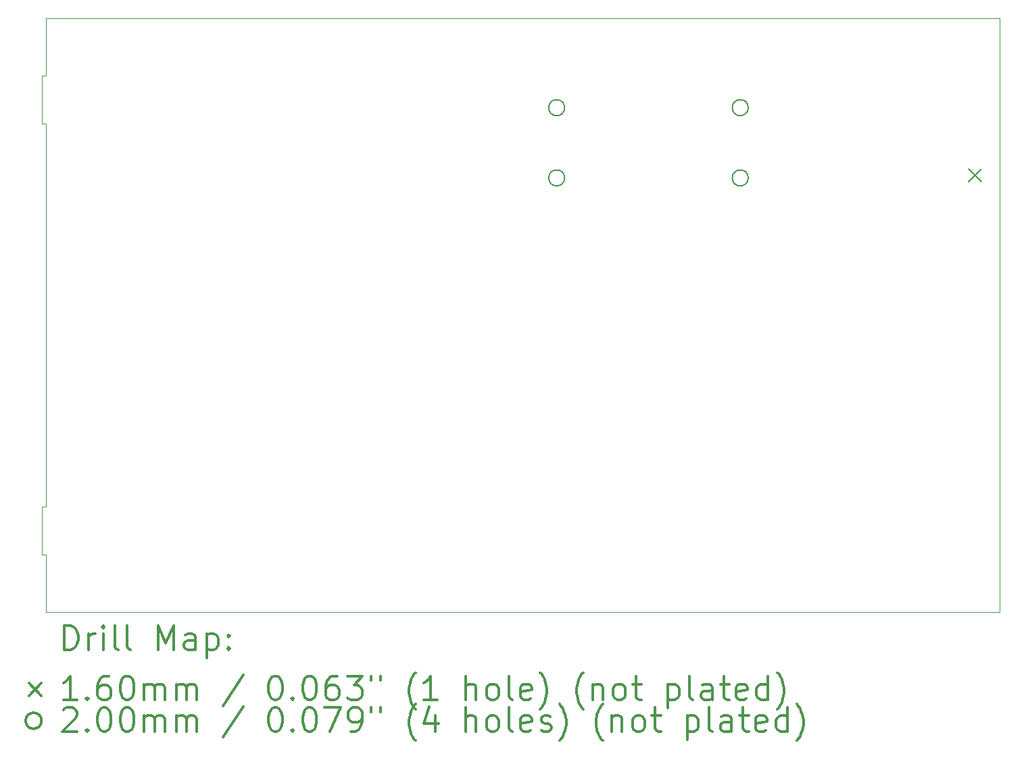
<source format=gbr>
%FSLAX45Y45*%
G04 Gerber Fmt 4.5, Leading zero omitted, Abs format (unit mm)*
G04 Created by KiCad (PCBNEW (5.1.9)-1) date 2021-04-25 13:37:52*
%MOMM*%
%LPD*%
G01*
G04 APERTURE LIST*
%TA.AperFunction,Profile*%
%ADD10C,0.050000*%
%TD*%
%ADD11C,0.200000*%
%ADD12C,0.300000*%
G04 APERTURE END LIST*
D10*
X9000000Y-13000000D02*
X9000000Y-13725000D01*
X8950000Y-12400000D02*
X9000000Y-12400000D01*
X8950000Y-13000000D02*
X8950000Y-12400000D01*
X9000000Y-13000000D02*
X8950000Y-13000000D01*
X9000000Y-6275000D02*
X9000000Y-7000000D01*
X8950000Y-7600000D02*
X9000000Y-7600000D01*
X8950000Y-7000000D02*
X8950000Y-7600000D01*
X9000000Y-7000000D02*
X8950000Y-7000000D01*
X20950000Y-13725000D02*
X9000000Y-13725000D01*
X20950000Y-6275000D02*
X20950000Y-13725000D01*
X9000000Y-6275000D02*
X20950000Y-6275000D01*
X9000000Y-12400000D02*
X9000000Y-7600000D01*
D11*
X20560000Y-8170000D02*
X20720000Y-8330000D01*
X20720000Y-8170000D02*
X20560000Y-8330000D01*
X15500000Y-7400000D02*
G75*
G03*
X15500000Y-7400000I-100000J0D01*
G01*
X15500000Y-8280000D02*
G75*
G03*
X15500000Y-8280000I-100000J0D01*
G01*
X17800000Y-7400000D02*
G75*
G03*
X17800000Y-7400000I-100000J0D01*
G01*
X17800000Y-8280000D02*
G75*
G03*
X17800000Y-8280000I-100000J0D01*
G01*
D12*
X9233928Y-14193214D02*
X9233928Y-13893214D01*
X9305357Y-13893214D01*
X9348214Y-13907500D01*
X9376786Y-13936071D01*
X9391071Y-13964643D01*
X9405357Y-14021786D01*
X9405357Y-14064643D01*
X9391071Y-14121786D01*
X9376786Y-14150357D01*
X9348214Y-14178929D01*
X9305357Y-14193214D01*
X9233928Y-14193214D01*
X9533928Y-14193214D02*
X9533928Y-13993214D01*
X9533928Y-14050357D02*
X9548214Y-14021786D01*
X9562500Y-14007500D01*
X9591071Y-13993214D01*
X9619643Y-13993214D01*
X9719643Y-14193214D02*
X9719643Y-13993214D01*
X9719643Y-13893214D02*
X9705357Y-13907500D01*
X9719643Y-13921786D01*
X9733928Y-13907500D01*
X9719643Y-13893214D01*
X9719643Y-13921786D01*
X9905357Y-14193214D02*
X9876786Y-14178929D01*
X9862500Y-14150357D01*
X9862500Y-13893214D01*
X10062500Y-14193214D02*
X10033928Y-14178929D01*
X10019643Y-14150357D01*
X10019643Y-13893214D01*
X10405357Y-14193214D02*
X10405357Y-13893214D01*
X10505357Y-14107500D01*
X10605357Y-13893214D01*
X10605357Y-14193214D01*
X10876786Y-14193214D02*
X10876786Y-14036071D01*
X10862500Y-14007500D01*
X10833928Y-13993214D01*
X10776786Y-13993214D01*
X10748214Y-14007500D01*
X10876786Y-14178929D02*
X10848214Y-14193214D01*
X10776786Y-14193214D01*
X10748214Y-14178929D01*
X10733928Y-14150357D01*
X10733928Y-14121786D01*
X10748214Y-14093214D01*
X10776786Y-14078929D01*
X10848214Y-14078929D01*
X10876786Y-14064643D01*
X11019643Y-13993214D02*
X11019643Y-14293214D01*
X11019643Y-14007500D02*
X11048214Y-13993214D01*
X11105357Y-13993214D01*
X11133928Y-14007500D01*
X11148214Y-14021786D01*
X11162500Y-14050357D01*
X11162500Y-14136071D01*
X11148214Y-14164643D01*
X11133928Y-14178929D01*
X11105357Y-14193214D01*
X11048214Y-14193214D01*
X11019643Y-14178929D01*
X11291071Y-14164643D02*
X11305357Y-14178929D01*
X11291071Y-14193214D01*
X11276786Y-14178929D01*
X11291071Y-14164643D01*
X11291071Y-14193214D01*
X11291071Y-14007500D02*
X11305357Y-14021786D01*
X11291071Y-14036071D01*
X11276786Y-14021786D01*
X11291071Y-14007500D01*
X11291071Y-14036071D01*
X8787500Y-14607500D02*
X8947500Y-14767500D01*
X8947500Y-14607500D02*
X8787500Y-14767500D01*
X9391071Y-14823214D02*
X9219643Y-14823214D01*
X9305357Y-14823214D02*
X9305357Y-14523214D01*
X9276786Y-14566071D01*
X9248214Y-14594643D01*
X9219643Y-14608929D01*
X9519643Y-14794643D02*
X9533928Y-14808929D01*
X9519643Y-14823214D01*
X9505357Y-14808929D01*
X9519643Y-14794643D01*
X9519643Y-14823214D01*
X9791071Y-14523214D02*
X9733928Y-14523214D01*
X9705357Y-14537500D01*
X9691071Y-14551786D01*
X9662500Y-14594643D01*
X9648214Y-14651786D01*
X9648214Y-14766071D01*
X9662500Y-14794643D01*
X9676786Y-14808929D01*
X9705357Y-14823214D01*
X9762500Y-14823214D01*
X9791071Y-14808929D01*
X9805357Y-14794643D01*
X9819643Y-14766071D01*
X9819643Y-14694643D01*
X9805357Y-14666071D01*
X9791071Y-14651786D01*
X9762500Y-14637500D01*
X9705357Y-14637500D01*
X9676786Y-14651786D01*
X9662500Y-14666071D01*
X9648214Y-14694643D01*
X10005357Y-14523214D02*
X10033928Y-14523214D01*
X10062500Y-14537500D01*
X10076786Y-14551786D01*
X10091071Y-14580357D01*
X10105357Y-14637500D01*
X10105357Y-14708929D01*
X10091071Y-14766071D01*
X10076786Y-14794643D01*
X10062500Y-14808929D01*
X10033928Y-14823214D01*
X10005357Y-14823214D01*
X9976786Y-14808929D01*
X9962500Y-14794643D01*
X9948214Y-14766071D01*
X9933928Y-14708929D01*
X9933928Y-14637500D01*
X9948214Y-14580357D01*
X9962500Y-14551786D01*
X9976786Y-14537500D01*
X10005357Y-14523214D01*
X10233928Y-14823214D02*
X10233928Y-14623214D01*
X10233928Y-14651786D02*
X10248214Y-14637500D01*
X10276786Y-14623214D01*
X10319643Y-14623214D01*
X10348214Y-14637500D01*
X10362500Y-14666071D01*
X10362500Y-14823214D01*
X10362500Y-14666071D02*
X10376786Y-14637500D01*
X10405357Y-14623214D01*
X10448214Y-14623214D01*
X10476786Y-14637500D01*
X10491071Y-14666071D01*
X10491071Y-14823214D01*
X10633928Y-14823214D02*
X10633928Y-14623214D01*
X10633928Y-14651786D02*
X10648214Y-14637500D01*
X10676786Y-14623214D01*
X10719643Y-14623214D01*
X10748214Y-14637500D01*
X10762500Y-14666071D01*
X10762500Y-14823214D01*
X10762500Y-14666071D02*
X10776786Y-14637500D01*
X10805357Y-14623214D01*
X10848214Y-14623214D01*
X10876786Y-14637500D01*
X10891071Y-14666071D01*
X10891071Y-14823214D01*
X11476786Y-14508929D02*
X11219643Y-14894643D01*
X11862500Y-14523214D02*
X11891071Y-14523214D01*
X11919643Y-14537500D01*
X11933928Y-14551786D01*
X11948214Y-14580357D01*
X11962500Y-14637500D01*
X11962500Y-14708929D01*
X11948214Y-14766071D01*
X11933928Y-14794643D01*
X11919643Y-14808929D01*
X11891071Y-14823214D01*
X11862500Y-14823214D01*
X11833928Y-14808929D01*
X11819643Y-14794643D01*
X11805357Y-14766071D01*
X11791071Y-14708929D01*
X11791071Y-14637500D01*
X11805357Y-14580357D01*
X11819643Y-14551786D01*
X11833928Y-14537500D01*
X11862500Y-14523214D01*
X12091071Y-14794643D02*
X12105357Y-14808929D01*
X12091071Y-14823214D01*
X12076786Y-14808929D01*
X12091071Y-14794643D01*
X12091071Y-14823214D01*
X12291071Y-14523214D02*
X12319643Y-14523214D01*
X12348214Y-14537500D01*
X12362500Y-14551786D01*
X12376786Y-14580357D01*
X12391071Y-14637500D01*
X12391071Y-14708929D01*
X12376786Y-14766071D01*
X12362500Y-14794643D01*
X12348214Y-14808929D01*
X12319643Y-14823214D01*
X12291071Y-14823214D01*
X12262500Y-14808929D01*
X12248214Y-14794643D01*
X12233928Y-14766071D01*
X12219643Y-14708929D01*
X12219643Y-14637500D01*
X12233928Y-14580357D01*
X12248214Y-14551786D01*
X12262500Y-14537500D01*
X12291071Y-14523214D01*
X12648214Y-14523214D02*
X12591071Y-14523214D01*
X12562500Y-14537500D01*
X12548214Y-14551786D01*
X12519643Y-14594643D01*
X12505357Y-14651786D01*
X12505357Y-14766071D01*
X12519643Y-14794643D01*
X12533928Y-14808929D01*
X12562500Y-14823214D01*
X12619643Y-14823214D01*
X12648214Y-14808929D01*
X12662500Y-14794643D01*
X12676786Y-14766071D01*
X12676786Y-14694643D01*
X12662500Y-14666071D01*
X12648214Y-14651786D01*
X12619643Y-14637500D01*
X12562500Y-14637500D01*
X12533928Y-14651786D01*
X12519643Y-14666071D01*
X12505357Y-14694643D01*
X12776786Y-14523214D02*
X12962500Y-14523214D01*
X12862500Y-14637500D01*
X12905357Y-14637500D01*
X12933928Y-14651786D01*
X12948214Y-14666071D01*
X12962500Y-14694643D01*
X12962500Y-14766071D01*
X12948214Y-14794643D01*
X12933928Y-14808929D01*
X12905357Y-14823214D01*
X12819643Y-14823214D01*
X12791071Y-14808929D01*
X12776786Y-14794643D01*
X13076786Y-14523214D02*
X13076786Y-14580357D01*
X13191071Y-14523214D02*
X13191071Y-14580357D01*
X13633928Y-14937500D02*
X13619643Y-14923214D01*
X13591071Y-14880357D01*
X13576786Y-14851786D01*
X13562500Y-14808929D01*
X13548214Y-14737500D01*
X13548214Y-14680357D01*
X13562500Y-14608929D01*
X13576786Y-14566071D01*
X13591071Y-14537500D01*
X13619643Y-14494643D01*
X13633928Y-14480357D01*
X13905357Y-14823214D02*
X13733928Y-14823214D01*
X13819643Y-14823214D02*
X13819643Y-14523214D01*
X13791071Y-14566071D01*
X13762500Y-14594643D01*
X13733928Y-14608929D01*
X14262500Y-14823214D02*
X14262500Y-14523214D01*
X14391071Y-14823214D02*
X14391071Y-14666071D01*
X14376786Y-14637500D01*
X14348214Y-14623214D01*
X14305357Y-14623214D01*
X14276786Y-14637500D01*
X14262500Y-14651786D01*
X14576786Y-14823214D02*
X14548214Y-14808929D01*
X14533928Y-14794643D01*
X14519643Y-14766071D01*
X14519643Y-14680357D01*
X14533928Y-14651786D01*
X14548214Y-14637500D01*
X14576786Y-14623214D01*
X14619643Y-14623214D01*
X14648214Y-14637500D01*
X14662500Y-14651786D01*
X14676786Y-14680357D01*
X14676786Y-14766071D01*
X14662500Y-14794643D01*
X14648214Y-14808929D01*
X14619643Y-14823214D01*
X14576786Y-14823214D01*
X14848214Y-14823214D02*
X14819643Y-14808929D01*
X14805357Y-14780357D01*
X14805357Y-14523214D01*
X15076786Y-14808929D02*
X15048214Y-14823214D01*
X14991071Y-14823214D01*
X14962500Y-14808929D01*
X14948214Y-14780357D01*
X14948214Y-14666071D01*
X14962500Y-14637500D01*
X14991071Y-14623214D01*
X15048214Y-14623214D01*
X15076786Y-14637500D01*
X15091071Y-14666071D01*
X15091071Y-14694643D01*
X14948214Y-14723214D01*
X15191071Y-14937500D02*
X15205357Y-14923214D01*
X15233928Y-14880357D01*
X15248214Y-14851786D01*
X15262500Y-14808929D01*
X15276786Y-14737500D01*
X15276786Y-14680357D01*
X15262500Y-14608929D01*
X15248214Y-14566071D01*
X15233928Y-14537500D01*
X15205357Y-14494643D01*
X15191071Y-14480357D01*
X15733928Y-14937500D02*
X15719643Y-14923214D01*
X15691071Y-14880357D01*
X15676786Y-14851786D01*
X15662500Y-14808929D01*
X15648214Y-14737500D01*
X15648214Y-14680357D01*
X15662500Y-14608929D01*
X15676786Y-14566071D01*
X15691071Y-14537500D01*
X15719643Y-14494643D01*
X15733928Y-14480357D01*
X15848214Y-14623214D02*
X15848214Y-14823214D01*
X15848214Y-14651786D02*
X15862500Y-14637500D01*
X15891071Y-14623214D01*
X15933928Y-14623214D01*
X15962500Y-14637500D01*
X15976786Y-14666071D01*
X15976786Y-14823214D01*
X16162500Y-14823214D02*
X16133928Y-14808929D01*
X16119643Y-14794643D01*
X16105357Y-14766071D01*
X16105357Y-14680357D01*
X16119643Y-14651786D01*
X16133928Y-14637500D01*
X16162500Y-14623214D01*
X16205357Y-14623214D01*
X16233928Y-14637500D01*
X16248214Y-14651786D01*
X16262500Y-14680357D01*
X16262500Y-14766071D01*
X16248214Y-14794643D01*
X16233928Y-14808929D01*
X16205357Y-14823214D01*
X16162500Y-14823214D01*
X16348214Y-14623214D02*
X16462500Y-14623214D01*
X16391071Y-14523214D02*
X16391071Y-14780357D01*
X16405357Y-14808929D01*
X16433928Y-14823214D01*
X16462500Y-14823214D01*
X16791071Y-14623214D02*
X16791071Y-14923214D01*
X16791071Y-14637500D02*
X16819643Y-14623214D01*
X16876786Y-14623214D01*
X16905357Y-14637500D01*
X16919643Y-14651786D01*
X16933928Y-14680357D01*
X16933928Y-14766071D01*
X16919643Y-14794643D01*
X16905357Y-14808929D01*
X16876786Y-14823214D01*
X16819643Y-14823214D01*
X16791071Y-14808929D01*
X17105357Y-14823214D02*
X17076786Y-14808929D01*
X17062500Y-14780357D01*
X17062500Y-14523214D01*
X17348214Y-14823214D02*
X17348214Y-14666071D01*
X17333928Y-14637500D01*
X17305357Y-14623214D01*
X17248214Y-14623214D01*
X17219643Y-14637500D01*
X17348214Y-14808929D02*
X17319643Y-14823214D01*
X17248214Y-14823214D01*
X17219643Y-14808929D01*
X17205357Y-14780357D01*
X17205357Y-14751786D01*
X17219643Y-14723214D01*
X17248214Y-14708929D01*
X17319643Y-14708929D01*
X17348214Y-14694643D01*
X17448214Y-14623214D02*
X17562500Y-14623214D01*
X17491071Y-14523214D02*
X17491071Y-14780357D01*
X17505357Y-14808929D01*
X17533928Y-14823214D01*
X17562500Y-14823214D01*
X17776786Y-14808929D02*
X17748214Y-14823214D01*
X17691071Y-14823214D01*
X17662500Y-14808929D01*
X17648214Y-14780357D01*
X17648214Y-14666071D01*
X17662500Y-14637500D01*
X17691071Y-14623214D01*
X17748214Y-14623214D01*
X17776786Y-14637500D01*
X17791071Y-14666071D01*
X17791071Y-14694643D01*
X17648214Y-14723214D01*
X18048214Y-14823214D02*
X18048214Y-14523214D01*
X18048214Y-14808929D02*
X18019643Y-14823214D01*
X17962500Y-14823214D01*
X17933928Y-14808929D01*
X17919643Y-14794643D01*
X17905357Y-14766071D01*
X17905357Y-14680357D01*
X17919643Y-14651786D01*
X17933928Y-14637500D01*
X17962500Y-14623214D01*
X18019643Y-14623214D01*
X18048214Y-14637500D01*
X18162500Y-14937500D02*
X18176786Y-14923214D01*
X18205357Y-14880357D01*
X18219643Y-14851786D01*
X18233928Y-14808929D01*
X18248214Y-14737500D01*
X18248214Y-14680357D01*
X18233928Y-14608929D01*
X18219643Y-14566071D01*
X18205357Y-14537500D01*
X18176786Y-14494643D01*
X18162500Y-14480357D01*
X8947500Y-15083500D02*
G75*
G03*
X8947500Y-15083500I-100000J0D01*
G01*
X9219643Y-14947786D02*
X9233928Y-14933500D01*
X9262500Y-14919214D01*
X9333928Y-14919214D01*
X9362500Y-14933500D01*
X9376786Y-14947786D01*
X9391071Y-14976357D01*
X9391071Y-15004929D01*
X9376786Y-15047786D01*
X9205357Y-15219214D01*
X9391071Y-15219214D01*
X9519643Y-15190643D02*
X9533928Y-15204929D01*
X9519643Y-15219214D01*
X9505357Y-15204929D01*
X9519643Y-15190643D01*
X9519643Y-15219214D01*
X9719643Y-14919214D02*
X9748214Y-14919214D01*
X9776786Y-14933500D01*
X9791071Y-14947786D01*
X9805357Y-14976357D01*
X9819643Y-15033500D01*
X9819643Y-15104929D01*
X9805357Y-15162071D01*
X9791071Y-15190643D01*
X9776786Y-15204929D01*
X9748214Y-15219214D01*
X9719643Y-15219214D01*
X9691071Y-15204929D01*
X9676786Y-15190643D01*
X9662500Y-15162071D01*
X9648214Y-15104929D01*
X9648214Y-15033500D01*
X9662500Y-14976357D01*
X9676786Y-14947786D01*
X9691071Y-14933500D01*
X9719643Y-14919214D01*
X10005357Y-14919214D02*
X10033928Y-14919214D01*
X10062500Y-14933500D01*
X10076786Y-14947786D01*
X10091071Y-14976357D01*
X10105357Y-15033500D01*
X10105357Y-15104929D01*
X10091071Y-15162071D01*
X10076786Y-15190643D01*
X10062500Y-15204929D01*
X10033928Y-15219214D01*
X10005357Y-15219214D01*
X9976786Y-15204929D01*
X9962500Y-15190643D01*
X9948214Y-15162071D01*
X9933928Y-15104929D01*
X9933928Y-15033500D01*
X9948214Y-14976357D01*
X9962500Y-14947786D01*
X9976786Y-14933500D01*
X10005357Y-14919214D01*
X10233928Y-15219214D02*
X10233928Y-15019214D01*
X10233928Y-15047786D02*
X10248214Y-15033500D01*
X10276786Y-15019214D01*
X10319643Y-15019214D01*
X10348214Y-15033500D01*
X10362500Y-15062071D01*
X10362500Y-15219214D01*
X10362500Y-15062071D02*
X10376786Y-15033500D01*
X10405357Y-15019214D01*
X10448214Y-15019214D01*
X10476786Y-15033500D01*
X10491071Y-15062071D01*
X10491071Y-15219214D01*
X10633928Y-15219214D02*
X10633928Y-15019214D01*
X10633928Y-15047786D02*
X10648214Y-15033500D01*
X10676786Y-15019214D01*
X10719643Y-15019214D01*
X10748214Y-15033500D01*
X10762500Y-15062071D01*
X10762500Y-15219214D01*
X10762500Y-15062071D02*
X10776786Y-15033500D01*
X10805357Y-15019214D01*
X10848214Y-15019214D01*
X10876786Y-15033500D01*
X10891071Y-15062071D01*
X10891071Y-15219214D01*
X11476786Y-14904929D02*
X11219643Y-15290643D01*
X11862500Y-14919214D02*
X11891071Y-14919214D01*
X11919643Y-14933500D01*
X11933928Y-14947786D01*
X11948214Y-14976357D01*
X11962500Y-15033500D01*
X11962500Y-15104929D01*
X11948214Y-15162071D01*
X11933928Y-15190643D01*
X11919643Y-15204929D01*
X11891071Y-15219214D01*
X11862500Y-15219214D01*
X11833928Y-15204929D01*
X11819643Y-15190643D01*
X11805357Y-15162071D01*
X11791071Y-15104929D01*
X11791071Y-15033500D01*
X11805357Y-14976357D01*
X11819643Y-14947786D01*
X11833928Y-14933500D01*
X11862500Y-14919214D01*
X12091071Y-15190643D02*
X12105357Y-15204929D01*
X12091071Y-15219214D01*
X12076786Y-15204929D01*
X12091071Y-15190643D01*
X12091071Y-15219214D01*
X12291071Y-14919214D02*
X12319643Y-14919214D01*
X12348214Y-14933500D01*
X12362500Y-14947786D01*
X12376786Y-14976357D01*
X12391071Y-15033500D01*
X12391071Y-15104929D01*
X12376786Y-15162071D01*
X12362500Y-15190643D01*
X12348214Y-15204929D01*
X12319643Y-15219214D01*
X12291071Y-15219214D01*
X12262500Y-15204929D01*
X12248214Y-15190643D01*
X12233928Y-15162071D01*
X12219643Y-15104929D01*
X12219643Y-15033500D01*
X12233928Y-14976357D01*
X12248214Y-14947786D01*
X12262500Y-14933500D01*
X12291071Y-14919214D01*
X12491071Y-14919214D02*
X12691071Y-14919214D01*
X12562500Y-15219214D01*
X12819643Y-15219214D02*
X12876786Y-15219214D01*
X12905357Y-15204929D01*
X12919643Y-15190643D01*
X12948214Y-15147786D01*
X12962500Y-15090643D01*
X12962500Y-14976357D01*
X12948214Y-14947786D01*
X12933928Y-14933500D01*
X12905357Y-14919214D01*
X12848214Y-14919214D01*
X12819643Y-14933500D01*
X12805357Y-14947786D01*
X12791071Y-14976357D01*
X12791071Y-15047786D01*
X12805357Y-15076357D01*
X12819643Y-15090643D01*
X12848214Y-15104929D01*
X12905357Y-15104929D01*
X12933928Y-15090643D01*
X12948214Y-15076357D01*
X12962500Y-15047786D01*
X13076786Y-14919214D02*
X13076786Y-14976357D01*
X13191071Y-14919214D02*
X13191071Y-14976357D01*
X13633928Y-15333500D02*
X13619643Y-15319214D01*
X13591071Y-15276357D01*
X13576786Y-15247786D01*
X13562500Y-15204929D01*
X13548214Y-15133500D01*
X13548214Y-15076357D01*
X13562500Y-15004929D01*
X13576786Y-14962071D01*
X13591071Y-14933500D01*
X13619643Y-14890643D01*
X13633928Y-14876357D01*
X13876786Y-15019214D02*
X13876786Y-15219214D01*
X13805357Y-14904929D02*
X13733928Y-15119214D01*
X13919643Y-15119214D01*
X14262500Y-15219214D02*
X14262500Y-14919214D01*
X14391071Y-15219214D02*
X14391071Y-15062071D01*
X14376786Y-15033500D01*
X14348214Y-15019214D01*
X14305357Y-15019214D01*
X14276786Y-15033500D01*
X14262500Y-15047786D01*
X14576786Y-15219214D02*
X14548214Y-15204929D01*
X14533928Y-15190643D01*
X14519643Y-15162071D01*
X14519643Y-15076357D01*
X14533928Y-15047786D01*
X14548214Y-15033500D01*
X14576786Y-15019214D01*
X14619643Y-15019214D01*
X14648214Y-15033500D01*
X14662500Y-15047786D01*
X14676786Y-15076357D01*
X14676786Y-15162071D01*
X14662500Y-15190643D01*
X14648214Y-15204929D01*
X14619643Y-15219214D01*
X14576786Y-15219214D01*
X14848214Y-15219214D02*
X14819643Y-15204929D01*
X14805357Y-15176357D01*
X14805357Y-14919214D01*
X15076786Y-15204929D02*
X15048214Y-15219214D01*
X14991071Y-15219214D01*
X14962500Y-15204929D01*
X14948214Y-15176357D01*
X14948214Y-15062071D01*
X14962500Y-15033500D01*
X14991071Y-15019214D01*
X15048214Y-15019214D01*
X15076786Y-15033500D01*
X15091071Y-15062071D01*
X15091071Y-15090643D01*
X14948214Y-15119214D01*
X15205357Y-15204929D02*
X15233928Y-15219214D01*
X15291071Y-15219214D01*
X15319643Y-15204929D01*
X15333928Y-15176357D01*
X15333928Y-15162071D01*
X15319643Y-15133500D01*
X15291071Y-15119214D01*
X15248214Y-15119214D01*
X15219643Y-15104929D01*
X15205357Y-15076357D01*
X15205357Y-15062071D01*
X15219643Y-15033500D01*
X15248214Y-15019214D01*
X15291071Y-15019214D01*
X15319643Y-15033500D01*
X15433928Y-15333500D02*
X15448214Y-15319214D01*
X15476786Y-15276357D01*
X15491071Y-15247786D01*
X15505357Y-15204929D01*
X15519643Y-15133500D01*
X15519643Y-15076357D01*
X15505357Y-15004929D01*
X15491071Y-14962071D01*
X15476786Y-14933500D01*
X15448214Y-14890643D01*
X15433928Y-14876357D01*
X15976786Y-15333500D02*
X15962500Y-15319214D01*
X15933928Y-15276357D01*
X15919643Y-15247786D01*
X15905357Y-15204929D01*
X15891071Y-15133500D01*
X15891071Y-15076357D01*
X15905357Y-15004929D01*
X15919643Y-14962071D01*
X15933928Y-14933500D01*
X15962500Y-14890643D01*
X15976786Y-14876357D01*
X16091071Y-15019214D02*
X16091071Y-15219214D01*
X16091071Y-15047786D02*
X16105357Y-15033500D01*
X16133928Y-15019214D01*
X16176786Y-15019214D01*
X16205357Y-15033500D01*
X16219643Y-15062071D01*
X16219643Y-15219214D01*
X16405357Y-15219214D02*
X16376786Y-15204929D01*
X16362500Y-15190643D01*
X16348214Y-15162071D01*
X16348214Y-15076357D01*
X16362500Y-15047786D01*
X16376786Y-15033500D01*
X16405357Y-15019214D01*
X16448214Y-15019214D01*
X16476786Y-15033500D01*
X16491071Y-15047786D01*
X16505357Y-15076357D01*
X16505357Y-15162071D01*
X16491071Y-15190643D01*
X16476786Y-15204929D01*
X16448214Y-15219214D01*
X16405357Y-15219214D01*
X16591071Y-15019214D02*
X16705357Y-15019214D01*
X16633928Y-14919214D02*
X16633928Y-15176357D01*
X16648214Y-15204929D01*
X16676786Y-15219214D01*
X16705357Y-15219214D01*
X17033928Y-15019214D02*
X17033928Y-15319214D01*
X17033928Y-15033500D02*
X17062500Y-15019214D01*
X17119643Y-15019214D01*
X17148214Y-15033500D01*
X17162500Y-15047786D01*
X17176786Y-15076357D01*
X17176786Y-15162071D01*
X17162500Y-15190643D01*
X17148214Y-15204929D01*
X17119643Y-15219214D01*
X17062500Y-15219214D01*
X17033928Y-15204929D01*
X17348214Y-15219214D02*
X17319643Y-15204929D01*
X17305357Y-15176357D01*
X17305357Y-14919214D01*
X17591071Y-15219214D02*
X17591071Y-15062071D01*
X17576786Y-15033500D01*
X17548214Y-15019214D01*
X17491071Y-15019214D01*
X17462500Y-15033500D01*
X17591071Y-15204929D02*
X17562500Y-15219214D01*
X17491071Y-15219214D01*
X17462500Y-15204929D01*
X17448214Y-15176357D01*
X17448214Y-15147786D01*
X17462500Y-15119214D01*
X17491071Y-15104929D01*
X17562500Y-15104929D01*
X17591071Y-15090643D01*
X17691071Y-15019214D02*
X17805357Y-15019214D01*
X17733928Y-14919214D02*
X17733928Y-15176357D01*
X17748214Y-15204929D01*
X17776786Y-15219214D01*
X17805357Y-15219214D01*
X18019643Y-15204929D02*
X17991071Y-15219214D01*
X17933928Y-15219214D01*
X17905357Y-15204929D01*
X17891071Y-15176357D01*
X17891071Y-15062071D01*
X17905357Y-15033500D01*
X17933928Y-15019214D01*
X17991071Y-15019214D01*
X18019643Y-15033500D01*
X18033928Y-15062071D01*
X18033928Y-15090643D01*
X17891071Y-15119214D01*
X18291071Y-15219214D02*
X18291071Y-14919214D01*
X18291071Y-15204929D02*
X18262500Y-15219214D01*
X18205357Y-15219214D01*
X18176786Y-15204929D01*
X18162500Y-15190643D01*
X18148214Y-15162071D01*
X18148214Y-15076357D01*
X18162500Y-15047786D01*
X18176786Y-15033500D01*
X18205357Y-15019214D01*
X18262500Y-15019214D01*
X18291071Y-15033500D01*
X18405357Y-15333500D02*
X18419643Y-15319214D01*
X18448214Y-15276357D01*
X18462500Y-15247786D01*
X18476786Y-15204929D01*
X18491071Y-15133500D01*
X18491071Y-15076357D01*
X18476786Y-15004929D01*
X18462500Y-14962071D01*
X18448214Y-14933500D01*
X18419643Y-14890643D01*
X18405357Y-14876357D01*
M02*

</source>
